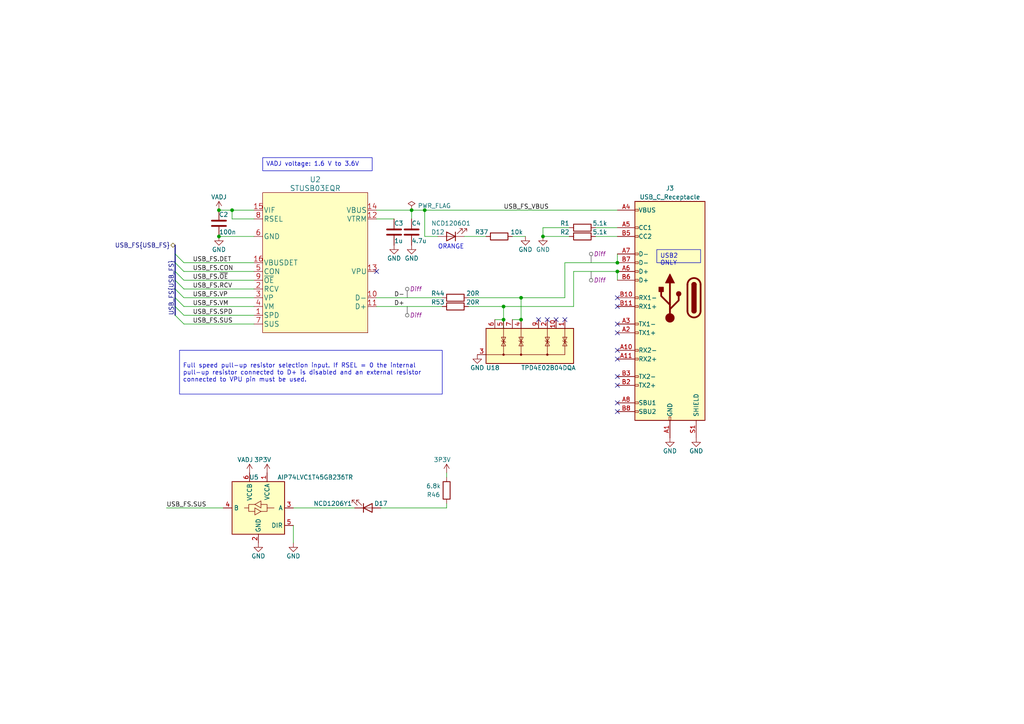
<source format=kicad_sch>
(kicad_sch (version 20231120) (generator "eeschema") (generator_version "8.0")
  (paper "A4")
  (title_block (title "USB") (date "2024-02-28") (rev "1.0.8") (company "CHIPS Alliance") (comment 1 "Rui Huang (2023-03-02)") (comment 2 "Rui Huang (2023-03-02)") (comment 4 "Rui Huang (2024-02-28)"))
  (lib_symbols
    (symbol "CHIPSAlliance_Connector:USB_C_Receptacle" (pin_names (offset 1.016))
      (property "Reference" "J" (at 0 1.27 0))
      (property "Value" "USB_C_Receptacle" (at 0 -64.77 0))
      (symbol "USB_C_Receptacle_0_0"
        (rectangle (start 9.906 -63.5) (end 10.414 -62.484))
        (rectangle (start 20.32 -60.706) (end 19.304 -61.214))
        (rectangle (start 20.32 -58.166) (end 19.304 -58.674))
        (rectangle (start 20.32 -53.086) (end 19.304 -53.594))
        (rectangle (start 20.32 -50.546) (end 19.304 -51.054))
        (rectangle (start 20.32 -45.466) (end 19.304 -45.974))
        (rectangle (start 20.32 -42.926) (end 19.304 -43.434))
        (rectangle (start 20.32 -37.846) (end 19.304 -38.354))
        (rectangle (start 20.32 -35.306) (end 19.304 -35.814))
        (rectangle (start 20.32 -30.226) (end 19.304 -30.734))
        (rectangle (start 20.32 -27.686) (end 19.304 -28.194))
        (rectangle (start 20.32 -22.606) (end 19.304 -23.114))
        (rectangle (start 20.32 -20.066) (end 19.304 -20.574))
        (rectangle (start 20.32 -17.526) (end 19.304 -18.034))
        (rectangle (start 20.32 -14.986) (end 19.304 -15.494))
        (rectangle (start 20.32 -9.906) (end 19.304 -10.414))
        (rectangle (start 20.32 -7.366) (end 19.304 -7.874))
        (rectangle (start 20.32 -2.286) (end 19.304 -2.794))
      )
      (symbol "USB_C_Receptacle_0_1"
        (polyline (pts (xy 1.27 -31.75) (xy 1.27 -24.13)) (stroke (width 0.508)))
        (polyline (pts (xy 5.08 -24.13) (xy 5.08 -31.75)) (stroke (width 0.508)))
        (rectangle (start 0 0) (end 20.32 -63.5) (stroke (width 0.254)) (fill (type background)))
        (arc (start 1.27 -31.75) (mid 3.175 -33.6467) (end 5.08 -31.75) (stroke (width 0.508)))
        (arc (start 2.54 -31.75) (mid 3.175 -32.3823) (end 3.81 -31.75) (stroke (width 0.254)))
        (arc (start 2.54 -31.75) (mid 3.175 -32.3823) (end 3.81 -31.75) (stroke (width 0.254)) (fill (type outline)))
        (rectangle (start 2.54 -31.75) (end 3.81 -24.13) (stroke (width 0.254)) (fill (type outline)))
        (arc (start 3.81 -24.13) (mid 3.175 -23.4977) (end 2.54 -24.13) (stroke (width 0.254)))
        (arc (start 3.81 -24.13) (mid 3.175 -23.4977) (end 2.54 -24.13) (stroke (width 0.254)) (fill (type outline)))
        (arc (start 5.08 -24.13) (mid 3.175 -22.2333) (end 1.27 -24.13) (stroke (width 0.508)))
      )
      (symbol "USB_C_Receptacle_1_1"
        (polyline (pts (xy 10.16 -33.782) (xy 10.16 -23.622)) (stroke (width 0.508)))
        (polyline (pts (xy 10.16 -31.242) (xy 7.62 -28.702) (xy 7.62 -27.432)) (stroke (width 0.508)))
        (polyline (pts (xy 10.16 -29.972) (xy 12.7 -27.432) (xy 12.7 -26.162)) (stroke (width 0.508)))
        (polyline (pts (xy 8.89 -23.622) (xy 10.16 -21.082) (xy 11.43 -23.622) (xy 8.89 -23.622)) (stroke (width 0.254)) (fill (type outline)))
        (circle (center 7.62 -26.797) (radius 0.635) (stroke (width 0.254)) (fill (type outline)))
        (circle (center 10.16 -33.782) (radius 1.27) (fill (type outline)))
        (rectangle (start 12.065 -26.162) (end 13.335 -24.892) (stroke (width 0.254)) (fill (type outline)))
        (pin passive line (at 10.16 -68.58 90) (length 5.08) (name "GND") (number "A1"))
        (pin bidirectional line (at 25.4 -43.18 180) (length 5.08) (name "RX2-") (number "A10"))
        (pin bidirectional line (at 25.4 -45.72 180) (length 5.08) (name "RX2+") (number "A11"))
        (pin passive line (at 10.16 -68.58 90) (length 5.08) hide (name "GND") (number "A12"))
        (pin bidirectional line (at 25.4 -38.1 180) (length 5.08) (name "TX1+") (number "A2"))
        (pin bidirectional line (at 25.4 -35.56 180) (length 5.08) (name "TX1-") (number "A3"))
        (pin passive line (at 25.4 -2.54 180) (length 5.08) (name "VBUS") (number "A4"))
        (pin bidirectional line (at 25.4 -7.62 180) (length 5.08) (name "CC1") (number "A5"))
        (pin bidirectional line (at 25.4 -20.32 180) (length 5.08) (name "D+") (number "A6"))
        (pin bidirectional line (at 25.4 -15.24 180) (length 5.08) (name "D-") (number "A7"))
        (pin bidirectional line (at 25.4 -58.42 180) (length 5.08) (name "SBU1") (number "A8"))
        (pin passive line (at 25.4 -2.54 180) (length 5.08) hide (name "VBUS") (number "A9"))
        (pin passive line (at 10.16 -68.58 90) (length 5.08) hide (name "GND") (number "B1"))
        (pin bidirectional line (at 25.4 -27.94 180) (length 5.08) (name "RX1-") (number "B10"))
        (pin bidirectional line (at 25.4 -30.48 180) (length 5.08) (name "RX1+") (number "B11"))
        (pin passive line (at 10.16 -68.58 90) (length 5.08) hide (name "GND") (number "B12"))
        (pin bidirectional line (at 25.4 -53.34 180) (length 5.08) (name "TX2+") (number "B2"))
        (pin bidirectional line (at 25.4 -50.8 180) (length 5.08) (name "TX2-") (number "B3"))
        (pin passive line (at 25.4 -2.54 180) (length 5.08) hide (name "VBUS") (number "B4"))
        (pin bidirectional line (at 25.4 -10.16 180) (length 5.08) (name "CC2") (number "B5"))
        (pin bidirectional line (at 25.4 -22.86 180) (length 5.08) (name "D+") (number "B6"))
        (pin bidirectional line (at 25.4 -17.78 180) (length 5.08) (name "D-") (number "B7"))
        (pin bidirectional line (at 25.4 -60.96 180) (length 5.08) (name "SBU2") (number "B8"))
        (pin passive line (at 25.4 -2.54 180) (length 5.08) hide (name "VBUS") (number "B9"))
        (pin passive line (at 2.54 -68.58 90) (length 5.08) (name "SHIELD") (number "S1"))
      )
    )
    (symbol "CHIPSAlliance_Interface:STUSB03EQR" (pin_names (offset 0.254))
      (property "Reference" "U" (at 0 1.27 0))
      (property "Value" "STUSB03EQR" (at 0 -41.91 0))
      (symbol "STUSB03EQR_1_1"
        (rectangle (start 0 0) (end 30.48 -40.64) (fill (type background)))
        (pin input line (at -2.54 -35.56 0) (length 2.54) (name "SPD") (number "1"))
        (pin tri_state line (at 33.02 -30.48 180) (length 2.54) (name "D-") (number "10"))
        (pin tri_state line (at 33.02 -33.02 180) (length 2.54) (name "D+") (number "11"))
        (pin power_out line (at 33.02 -7.62 180) (length 2.54) (name "VTRM") (number "12"))
        (pin power_out line (at 33.02 -22.86 180) (length 2.54) (name "VPU") (number "13"))
        (pin power_in line (at 33.02 -5.08 180) (length 2.54) (name "VBUS") (number "14"))
        (pin power_in line (at -2.54 -5.08 0) (length 2.54) (name "VIF") (number "15"))
        (pin output line (at -2.54 -20.32 0) (length 2.54) (name "VBUSDET") (number "16"))
        (pin no_connect line (at 33.02 -38.1 180) (length 2.54) hide (name "NC") (number "17"))
        (pin output line (at -2.54 -27.94 0) (length 2.54) (name "RCV") (number "2"))
        (pin bidirectional line (at -2.54 -30.48 0) (length 2.54) (name "VP") (number "3"))
        (pin bidirectional line (at -2.54 -33.02 0) (length 2.54) (name "VM") (number "4"))
        (pin input line (at -2.54 -22.86 0) (length 2.54) (name "CON") (number "5"))
        (pin power_in line (at -2.54 -12.7 0) (length 2.54) (name "GND") (number "6"))
        (pin input line (at -2.54 -38.1 0) (length 2.54) (name "SUS") (number "7"))
        (pin input line (at -2.54 -7.62 0) (length 2.54) (name "RSEL") (number "8"))
        (pin input line (at -2.54 -25.4 0) (length 2.54) (name "~{OE}") (number "9"))
      )
    )
    (symbol "CHIPSAlliance_Logic:AIP74LVC1T45GB236TR"
      (property "Reference" "U" (at 1.27 1.27 0))
      (property "Value" "AIP74LVC1T45GB236TR" (at 0 -16.51 0))
      (symbol "AIP74LVC1T45GB236TR_0_1"
        (polyline (pts (xy 5.08 -7.62) (xy 5.08 -6.604) (xy 6.858 -6.604)))
        (polyline (pts (xy 10.414 -7.62) (xy 10.414 -8.636) (xy 8.636 -8.636)))
        (polyline (pts (xy 6.858 -8.636) (xy 5.08 -8.636) (xy 5.08 -7.62) (xy 3.048 -7.62)))
        (polyline (pts (xy 6.858 -7.62) (xy 6.858 -5.588) (xy 8.636 -6.604) (xy 6.858 -7.62)))
        (polyline (pts (xy 8.636 -6.604) (xy 10.414 -6.604) (xy 10.414 -7.62) (xy 11.684 -7.62)))
        (polyline (pts (xy 8.636 -7.62) (xy 8.636 -9.398) (xy 8.636 -9.652) (xy 6.858 -8.636) (xy 8.636 -7.62)))
        (rectangle (start 0 0) (end 15.24 -15.24) (stroke (width 0.254)) (fill (type background)))
      )
      (symbol "AIP74LVC1T45GB236TR_1_1"
        (pin power_in line (at 5.08 2.54 270) (length 2.54) (name "VCCA") (number "1"))
        (pin power_in line (at 7.62 -17.78 90) (length 2.54) (name "GND") (number "2"))
        (pin bidirectional line (at -2.54 -7.62 0) (length 2.54) (name "A") (number "3"))
        (pin bidirectional line (at 17.78 -7.62 180) (length 2.54) (name "B") (number "4"))
        (pin input line (at -2.54 -12.7 0) (length 2.54) (name "DIR") (number "5"))
        (pin power_in line (at 10.16 2.54 270) (length 2.54) (name "VCCB") (number "6"))
      )
    )
    (symbol "CHIPSAlliance_Power:3P3V" (power) (pin_names (offset 0))
      (property "Value" "3P3V" (at 0 3.81 0))
      (symbol "3P3V_0_1"
        (polyline (pts (xy -0.762 1.27) (xy 0 2.54)))
        (polyline (pts (xy 0 0) (xy 0 2.54)))
        (polyline (pts (xy 0 2.54) (xy 0.762 1.27)))
      )
      (symbol "3P3V_1_1"
        (pin power_in line (at 0 0 90) (length 0) hide (name "3P3V") (number "1"))
      )
    )
    (symbol "CHIPSAlliance_Power:GND" (power) (pin_names (offset 0))
      (property "Value" "GND" (at 0 -3.81 0))
      (symbol "GND_0_1"
        (polyline (pts (xy 0 0) (xy 0 -1.27) (xy 1.27 -1.27) (xy 0 -2.54) (xy -1.27 -1.27) (xy 0 -1.27)))
      )
      (symbol "GND_1_1"
        (pin power_in line (at 0 0 270) (length 0) hide (name "GND") (number "1"))
      )
    )
    (symbol "CHIPSAlliance_Power:VADJ" (power) (pin_names (offset 0))
      (property "Value" "VADJ" (at 0 3.81 0))
      (symbol "VADJ_0_1"
        (polyline (pts (xy -0.762 1.27) (xy 0 2.54)))
        (polyline (pts (xy 0 0) (xy 0 2.54)))
        (polyline (pts (xy 0 2.54) (xy 0.762 1.27)))
      )
      (symbol "VADJ_1_1"
        (pin power_in line (at 0 0 90) (length 0) hide (name "VADJ") (number "1"))
      )
    )
    (symbol "Device:C" (pin_numbers hide) (pin_names (offset 0.254))
      (property "Reference" "C" (at 0.635 2.54 0))
      (property "Value" "C" (at 0.635 -2.54 0))
      (symbol "C_0_1"
        (polyline (pts (xy -2.032 -0.762) (xy 2.032 -0.762)) (stroke (width 0.508)))
        (polyline (pts (xy -2.032 0.762) (xy 2.032 0.762)) (stroke (width 0.508)))
      )
      (symbol "C_1_1"
        (pin passive line (at 0 3.81 270) (length 2.794) (name "~") (number "1"))
        (pin passive line (at 0 -3.81 90) (length 2.794) (name "~") (number "2"))
      )
    )
    (symbol "Device:LED" (pin_numbers hide) (pin_names (offset 1.016) hide)
      (property "Reference" "D" (at 0 2.54 0))
      (property "Value" "LED" (at 0 -2.54 0))
      (symbol "LED_0_1"
        (polyline (pts (xy -1.27 -1.27) (xy -1.27 1.27)) (stroke (width 0.254)))
        (polyline (pts (xy -1.27 0) (xy 1.27 0)))
        (polyline (pts (xy 1.27 -1.27) (xy 1.27 1.27) (xy -1.27 0) (xy 1.27 -1.27)) (stroke (width 0.254)))
        (polyline (pts (xy -3.048 -0.762) (xy -4.572 -2.286) (xy -3.81 -2.286) (xy -4.572 -2.286) (xy -4.572 -1.524)))
        (polyline (pts (xy -1.778 -0.762) (xy -3.302 -2.286) (xy -2.54 -2.286) (xy -3.302 -2.286) (xy -3.302 -1.524)))
      )
      (symbol "LED_1_1"
        (pin passive line (at -3.81 0 0) (length 2.54) (name "K") (number "1"))
        (pin passive line (at 3.81 0 180) (length 2.54) (name "A") (number "2"))
      )
    )
    (symbol "Device:R" (pin_numbers hide) (pin_names (offset 0))
      (property "Reference" "R" (at 2.032 0 90))
      (property "Value" "R" (at 0 0 90))
      (symbol "R_0_1"
        (rectangle (start -1.016 -2.54) (end 1.016 2.54) (stroke (width 0.254)))
      )
      (symbol "R_1_1"
        (pin passive line (at 0 3.81 270) (length 1.27) (name "~") (number "1"))
        (pin passive line (at 0 -3.81 90) (length 1.27) (name "~") (number "2"))
      )
    )
    (symbol "Power_Protection:TPD4E02B04DQA" (pin_names hide)
      (property "Reference" "U" (at 2.54 -11.43 0))
      (property "Value" "TPD4E02B04DQA" (at 7.62 1.905 0))
      (symbol "TPD4E02B04DQA_0_0"
        (pin passive line (at 2.54 -15.24 90) (length 2.54) (name "G") (number "3"))
      )
      (symbol "TPD4E02B04DQA_0_1"
        (rectangle (start -5.08 12.7) (end 5.08 -12.7) (stroke (width 0.254)) (fill (type background)))
        (polyline (pts (xy -5.08 -7.62) (xy 2.54 -7.62)))
        (polyline (pts (xy -5.08 -2.54) (xy 2.54 -2.54)))
        (polyline (pts (xy -5.08 5.08) (xy 2.54 5.08)))
        (polyline (pts (xy -5.08 10.16) (xy 2.54 10.16)))
        (polyline (pts (xy 2.54 10.16) (xy 2.54 -12.7)) (stroke (width 0.1524)))
        (polyline (pts (xy -1.27 -7.62) (xy 0 -8.255) (xy 0 -6.985) (xy -1.27 -7.62)))
        (polyline (pts (xy -1.27 -2.54) (xy 0 -3.175) (xy 0 -1.905) (xy -1.27 -2.54)))
        (polyline (pts (xy -1.27 5.08) (xy 0 4.445) (xy 0 5.715) (xy -1.27 5.08)))
        (polyline (pts (xy -1.27 10.16) (xy 0 9.525) (xy 0 10.795) (xy -1.27 10.16)))
        (circle (center 2.54 -7.62) (radius 0.254) (fill (type outline)))
        (circle (center 2.54 -2.54) (radius 0.254) (fill (type outline)))
        (circle (center 2.54 5.08) (radius 0.254) (fill (type outline)))
      )
      (symbol "TPD4E02B04DQA_1_1"
        (polyline (pts (xy -1.524 -8.255) (xy -1.27 -8.001) (xy -1.27 -7.239) (xy -1.016 -6.985)))
        (polyline (pts (xy -1.524 -3.175) (xy -1.27 -2.921) (xy -1.27 -2.159) (xy -1.016 -1.905)))
        (polyline (pts (xy -1.524 4.445) (xy -1.27 4.699) (xy -1.27 5.461) (xy -1.016 5.715)))
        (polyline (pts (xy -1.524 9.525) (xy -1.27 9.779) (xy -1.27 10.541) (xy -1.016 10.795)))
        (polyline (pts (xy -1.27 -7.62) (xy -2.54 -8.255) (xy -2.54 -6.985) (xy -1.27 -7.62)))
        (polyline (pts (xy -1.27 -2.54) (xy -2.54 -3.175) (xy -2.54 -1.905) (xy -1.27 -2.54)))
        (polyline (pts (xy -1.27 5.08) (xy -2.54 4.445) (xy -2.54 5.715) (xy -1.27 5.08)))
        (polyline (pts (xy -1.27 10.16) (xy -2.54 9.525) (xy -2.54 10.795) (xy -1.27 10.16)))
        (pin passive line (at -7.62 10.16 0) (length 2.54) (name "IO1") (number "1"))
        (pin free line (at -7.62 7.62 0) (length 2.54) (name "NC") (number "10"))
        (pin passive line (at -7.62 5.08 0) (length 2.54) (name "IO2") (number "2"))
        (pin passive line (at -7.62 -2.54 0) (length 2.54) (name "IO3") (number "4"))
        (pin passive line (at -7.62 -7.62 0) (length 2.54) (name "IO4") (number "5"))
        (pin free line (at -7.62 -10.16 0) (length 2.54) (name "NC") (number "6"))
        (pin free line (at -7.62 -5.08 0) (length 2.54) (name "NC") (number "7"))
        (pin passive line (at 2.54 -15.24 90) (length 2.54) hide (name "G") (number "8"))
        (pin free line (at -7.62 2.54 0) (length 2.54) (name "NC") (number "9"))
      )
    )
    (symbol "power:PWR_FLAG" (power) (pin_numbers hide) (pin_names (offset 0) hide)
      (property "Value" "PWR_FLAG" (at 0 3.81 0))
      (symbol "PWR_FLAG_0_0"
        (pin power_out line (at 0 0 90) (length 0) (name "~") (number "1"))
      )
      (symbol "PWR_FLAG_0_1"
        (polyline (pts (xy 0 0) (xy 0 1.27) (xy -1.016 1.905) (xy 0 2.54) (xy 1.016 1.905) (xy 0 1.27)))
      )
    )
  )
  (junction (at 67.31 60.96))
  (junction (at 179.07 78.74))
  (junction (at 146.05 88.9))
  (junction (at 63.5 60.96))
  (junction (at 63.5 68.58))
  (junction (at 151.13 92.71))
  (junction (at 151.13 86.36))
  (junction (at 157.48 68.58))
  (junction (at 123.19 60.96))
  (junction (at 179.07 76.2))
  (junction (at 146.05 92.71))
  (junction (at 119.38 60.96))
  (no_connect (at 161.29 92.71))
  (no_connect (at 179.07 104.14))
  (no_connect (at 158.75 92.71))
  (no_connect (at 179.07 111.76))
  (no_connect (at 179.07 96.52))
  (no_connect (at 179.07 93.98))
  (no_connect (at 179.07 109.22))
  (no_connect (at 179.07 101.6))
  (no_connect (at 179.07 119.38))
  (no_connect (at 109.22 78.74))
  (no_connect (at 179.07 86.36))
  (no_connect (at 179.07 88.9))
  (no_connect (at 156.21 92.71))
  (no_connect (at 163.83 92.71))
  (no_connect (at 179.07 116.84))
  (bus_entry (at 50.8 88.9) (size 2.54 2.54))
  (bus_entry (at 50.8 86.36) (size 2.54 2.54))
  (bus_entry (at 50.8 76.2) (size 2.54 2.54))
  (bus_entry (at 50.8 78.74) (size 2.54 2.54))
  (bus_entry (at 50.8 81.28) (size 2.54 2.54))
  (bus_entry (at 50.8 73.66) (size 2.54 2.54))
  (bus_entry (at 50.8 83.82) (size 2.54 2.54))
  (bus_entry (at 50.8 91.44) (size 2.54 2.54))
  (wire (pts (xy 146.05 88.9) (xy 146.05 92.71)))
  (wire (pts (xy 53.34 83.82) (xy 73.66 83.82)))
  (bus (pts (xy 50.8 73.66) (xy 50.8 76.2)))
  (wire (pts (xy 157.48 66.04) (xy 165.1 66.04)))
  (bus (pts (xy 50.8 78.74) (xy 50.8 81.28)))
  (wire (pts (xy 166.37 78.74) (xy 166.37 88.9)))
  (wire (pts (xy 146.05 95.25) (xy 146.05 92.71)))
  (wire (pts (xy 143.51 92.71) (xy 146.05 92.71)))
  (wire (pts (xy 67.31 60.96) (xy 73.66 60.96)))
  (bus (pts (xy 50.8 88.9) (xy 50.8 91.44)))
  (wire (pts (xy 119.38 60.96) (xy 123.19 60.96)))
  (wire (pts (xy 109.22 88.9) (xy 128.27 88.9)))
  (wire (pts (xy 134.62 68.58) (xy 140.97 68.58)))
  (wire (pts (xy 163.83 76.2) (xy 163.83 86.36)))
  (wire (pts (xy 172.72 66.04) (xy 179.07 66.04)))
  (wire (pts (xy 148.59 68.58) (xy 152.4 68.58)))
  (wire (pts (xy 53.34 86.36) (xy 73.66 86.36)))
  (wire (pts (xy 148.59 92.71) (xy 151.13 92.71)))
  (wire (pts (xy 151.13 86.36) (xy 151.13 92.71)))
  (wire (pts (xy 67.31 63.5) (xy 73.66 63.5)))
  (wire (pts (xy 53.34 81.28) (xy 73.66 81.28)))
  (wire (pts (xy 129.54 137.16) (xy 129.54 138.43)))
  (wire (pts (xy 123.19 60.96) (xy 179.07 60.96)))
  (wire (pts (xy 146.05 88.9) (xy 166.37 88.9)))
  (wire (pts (xy 109.22 60.96) (xy 119.38 60.96)))
  (wire (pts (xy 109.22 63.5) (xy 114.3 63.5)))
  (bus (pts (xy 50.8 71.12) (xy 50.8 73.66)))
  (wire (pts (xy 123.19 60.96) (xy 123.19 68.58)))
  (wire (pts (xy 119.38 60.96) (xy 119.38 63.5)))
  (bus (pts (xy 50.8 83.82) (xy 50.8 86.36)))
  (wire (pts (xy 53.34 76.2) (xy 73.66 76.2)))
  (wire (pts (xy 110.49 147.32) (xy 129.54 147.32)))
  (wire (pts (xy 85.09 152.4) (xy 85.09 157.48)))
  (bus (pts (xy 50.8 76.2) (xy 50.8 78.74)))
  (wire (pts (xy 109.22 86.36) (xy 128.27 86.36)))
  (bus (pts (xy 50.8 81.28) (xy 50.8 83.82)))
  (wire (pts (xy 129.54 147.32) (xy 129.54 146.05)))
  (wire (pts (xy 172.72 68.58) (xy 179.07 68.58)))
  (bus (pts (xy 50.8 86.36) (xy 50.8 88.9)))
  (wire (pts (xy 53.34 78.74) (xy 73.66 78.74)))
  (wire (pts (xy 63.5 60.96) (xy 67.31 60.96)))
  (wire (pts (xy 163.83 76.2) (xy 179.07 76.2)))
  (wire (pts (xy 179.07 78.74) (xy 179.07 81.28)))
  (wire (pts (xy 135.89 86.36) (xy 151.13 86.36)))
  (wire (pts (xy 48.26 147.32) (xy 64.77 147.32)))
  (wire (pts (xy 151.13 86.36) (xy 163.83 86.36)))
  (wire (pts (xy 123.19 68.58) (xy 127 68.58)))
  (wire (pts (xy 157.48 68.58) (xy 165.1 68.58)))
  (wire (pts (xy 53.34 93.98) (xy 73.66 93.98)))
  (wire (pts (xy 67.31 60.96) (xy 67.31 63.5)))
  (wire (pts (xy 53.34 88.9) (xy 73.66 88.9)))
  (wire (pts (xy 135.89 88.9) (xy 146.05 88.9)))
  (wire (pts (xy 179.07 73.66) (xy 179.07 76.2)))
  (wire (pts (xy 157.48 66.04) (xy 157.48 68.58)))
  (wire (pts (xy 166.37 78.74) (xy 179.07 78.74)))
  (wire (pts (xy 53.34 91.44) (xy 73.66 91.44)))
  (wire (pts (xy 85.09 147.32) (xy 102.87 147.32)))
  (wire (pts (xy 63.5 68.58) (xy 73.66 68.58)))
  (text_box "USB2 ONLY" (at 190.5 72.39 0) (size 12.7 3.81) (effects (font (size 1.27 1.27)) (justify left top)))
  (text_box "VADJ voltage: 1.6 V to 3.6V" (at 76.2 45.72 0) (size 31.75 3.81) (effects (font (size 1.27 1.27)) (justify left top)))
  (text_box "Full speed pull-up resistor selection input. If RSEL = 0 the internal pull-up resistor connected to D+ is disabled and an external resistor connected to VPU pin must be used." (at 52.07 101.6 0) (size 76.2 12.7) (effects (font (size 1.27 1.27)) (justify left)))
  (text "ORANGE" (at 127 72.39 0) (effects (font (size 1.27 1.27)) (justify left bottom)))
  (label "USB_FS.CON" (at 55.88 78.74 0))
  (label "USB_FS{USB_FS}" (at 50.8 91.44 90))
  (label "D-" (at 114.3 86.36 0))
  (label "D+" (at 114.3 88.9 0))
  (label "USB_FS.SPD" (at 55.88 91.44 0))
  (label "USB_FS.DET" (at 55.88 76.2 0))
  (label "USB_FS.VP" (at 55.88 86.36 0))
  (label "USB_FS.~{OE}" (at 55.88 81.28 0))
  (label "USB_FS.SUS" (at 55.88 93.98 0))
  (label "USB_FS.VM" (at 55.88 88.9 0))
  (label "USB_FS.SUS" (at 48.26 147.32 0))
  (label "USB_FS_VBUS" (at 146.05 60.96 0))
  (label "USB_FS.RCV" (at 55.88 83.82 0))
  (hierarchical_label "USB_FS{USB_FS}" (shape bidirectional) (at 50.8 71.12 180))
  (netclass_flag "" (length 2.54) (shape round) (at 118.11 86.36 0) (property "Netclass" "Diff" (at 118.8085 83.82 0) (effects (font (italic yes)) (justify left))))
  (netclass_flag "" (length 2.54) (shape round) (at 171.45 76.2 0) (property "Netclass" "Diff" (at 172.1485 73.66 0) (effects (font (italic yes)) (justify left))))
  (netclass_flag "" (length 2.54) (shape round) (at 171.45 78.74 180) (property "Netclass" "Diff" (at 172.1485 81.28 0) (effects (font (italic yes)) (justify left))))
  (netclass_flag "" (length 2.54) (shape round) (at 118.11 88.9 180) (property "Netclass" "Diff" (at 118.8085 91.44 0) (effects (font (italic yes)) (justify left))))
  (symbol (lib_id "Device:R") (at 144.78 68.58 90) (unit 1)
    (property "Reference" "R37" (at 139.7 67.31 90))
    (property "Value" "10k" (at 149.86 67.31 90))
    (property "Footprint" "Resistor_SMD:R_0402_1005Metric" (effects (hide yes)))
  )
  (symbol (lib_id "CHIPSAlliance_Power:GND") (at 114.3 71.12 0) (unit 1)
    (property "Reference" "#PWR085" (effects (hide yes)))
    (property "Value" "GND" (at 114.3 74.93 0))
  )
  (symbol (lib_id "CHIPSAlliance_Power:GND") (at 63.5 68.58 0) (unit 1)
    (property "Reference" "#PWR084" (effects (hide yes)))
    (property "Value" "GND" (at 63.5 72.39 0))
  )
  (symbol (lib_id "CHIPSAlliance_Power:3P3V") (at 77.47 137.16 0) (unit 1)
    (property "Reference" "#PWR0112" (effects (hide yes)))
    (property "Value" "3P3V" (at 76.2 133.35 0))
  )
  (symbol (lib_id "Device:R") (at 129.54 142.24 180) (unit 1)
    (property "Reference" "R46" (at 125.73 143.51 0))
    (property "Value" "6.8k" (at 125.73 140.97 0))
    (property "Footprint" "Resistor_SMD:R_0402_1005Metric" (effects (hide yes)))
  )
  (symbol (lib_id "CHIPSAlliance_Power:GND") (at 201.93 127 0) (unit 1)
    (property "Reference" "#PWR092" (effects (hide yes)))
    (property "Value" "GND" (at 201.93 130.81 0))
  )
  (symbol (lib_id "Device:LED") (at 130.81 68.58 180) (unit 1)
    (property "Reference" "D12" (at 127 67.31 0))
    (property "Value" "NCD1206O1" (at 130.81 64.77 0))
    (property "Footprint" "LED_SMD:LED_1206_3216Metric" (effects (hide yes)))
    (property "Datasheet" "https://atta.szlcsc.com/upload/public/pdf/source/20200820/C130716_FB690F3C88618721E8D554623CE0FE83.pdf" (effects (hide yes)))
  )
  (symbol (lib_id "CHIPSAlliance_Power:GND") (at 119.38 71.12 0) (unit 1)
    (property "Reference" "#PWR086" (effects (hide yes)))
    (property "Value" "GND" (at 119.38 74.93 0))
  )
  (symbol (lib_id "Device:R") (at 168.91 66.04 90) (unit 1)
    (property "Reference" "R1" (at 163.83 64.77 90))
    (property "Value" "5.1k" (at 173.99 64.77 90))
    (property "Footprint" "Resistor_SMD:R_0402_1005Metric" (effects (hide yes)))
  )
  (symbol (lib_id "power:PWR_FLAG") (at 119.38 60.96 0) (unit 1)
    (property "Reference" "#FLG0101" (effects (hide yes)))
    (property "Value" "PWR_FLAG" (at 130.81 59.69 0) (effects (justify right)))
    (property "Datasheet" "~" (at 119.38 60.96 0) (effects (font (size 1.524 1.524))))
    (property "Description" "Special symbol for telling ERC where power comes from" (effects (hide yes)))
  )
  (symbol (lib_id "CHIPSAlliance_Power:GND") (at 85.09 157.48 0) (unit 1)
    (property "Reference" "#PWR0113" (effects (hide yes)))
    (property "Value" "GND" (at 85.09 161.29 0))
  )
  (symbol (lib_id "CHIPSAlliance_Interface:STUSB03EQR") (at 76.2 55.88 0) (unit 1)
    (property "Reference" "U2" (at 91.44 52.07 0) (effects (font (size 1.524 1.524))))
    (property "Value" "STUSB03EQR" (at 91.44 54.61 0) (effects (font (size 1.524 1.524))))
    (property "Footprint" "CHIPSAlliance_Interface:QFN_B03EQR_STM" (effects (hide yes)))
    (property "Datasheet" "https://www.st.com/resource/en/datasheet/stusb03e.pdf" (effects (hide yes)))
  )
  (symbol (lib_id "Device:R") (at 132.08 86.36 90) (unit 1)
    (property "Reference" "R44" (at 127 85.09 90))
    (property "Value" "20R" (at 137.16 85.09 90))
    (property "Footprint" "Resistor_SMD:R_0402_1005Metric" (effects (hide yes)))
  )
  (symbol (lib_id "Device:C") (at 114.3 67.31 0) (unit 1)
    (property "Reference" "C3" (at 114.3 64.77 0) (effects (justify left)))
    (property "Value" "1u" (at 114.3 69.85 0) (effects (justify left)))
    (property "Footprint" "Capacitor_SMD:C_0402_1005Metric" (effects (hide yes)))
  )
  (symbol (lib_id "Device:C") (at 119.38 67.31 0) (unit 1)
    (property "Reference" "C4" (at 119.38 64.77 0) (effects (justify left)))
    (property "Value" "4.7u" (at 119.38 69.85 0) (effects (justify left)))
    (property "Footprint" "Capacitor_SMD:C_0402_1005Metric" (effects (hide yes)))
  )
  (symbol (lib_id "Device:LED") (at 106.68 147.32 0) (mirror x) (unit 1)
    (property "Reference" "D17" (at 110.49 146.05 0))
    (property "Value" "NCD1206Y1" (at 96.52 146.05 0))
    (property "Footprint" "LED_SMD:LED_1206_3216Metric" (effects (hide yes)))
    (property "Datasheet" "https://atta.szlcsc.com/upload/public/pdf/source/20200820/C93094_6F5D01A021C9A31E770105D1A06BBAC1.pdf" (effects (hide yes)))
  )
  (symbol (lib_id "CHIPSAlliance_Power:3P3V") (at 129.54 137.16 0) (unit 1)
    (property "Reference" "#PWR0114" (effects (hide yes)))
    (property "Value" "3P3V" (at 128.27 133.35 0))
  )
  (symbol (lib_id "CHIPSAlliance_Power:GND") (at 138.43 102.87 0) (unit 1)
    (property "Reference" "#PWR0235" (effects (hide yes)))
    (property "Value" "GND" (at 138.43 106.68 0))
  )
  (symbol (lib_id "CHIPSAlliance_Power:VADJ") (at 63.5 60.96 0) (unit 1)
    (property "Reference" "#PWR083" (effects (hide yes)))
    (property "Value" "VADJ" (at 63.5 57.15 0))
  )
  (symbol (lib_id "CHIPSAlliance_Power:GND") (at 194.31 127 0) (unit 1)
    (property "Reference" "#PWR091" (effects (hide yes)))
    (property "Value" "GND" (at 194.31 130.81 0))
  )
  (symbol (lib_id "Power_Protection:TPD4E02B04DQA") (at 153.67 100.33 270) (unit 1)
    (property "Reference" "U18" (at 140.97 106.68 90) (effects (justify left)))
    (property "Value" "TPD4E02B04DQA" (at 151.13 106.68 90) (effects (justify left)))
    (property "Footprint" "Package_SON:USON-10_2.5x1.0mm_P0.5mm" (effects (hide yes)))
    (property "Datasheet" "http://www.ti.com/lit/ds/symlink/tpd4e02b04.pdf" (effects (hide yes)))
  )
  (symbol (lib_id "Device:R") (at 168.91 68.58 90) (unit 1)
    (property "Reference" "R2" (at 163.83 67.31 90))
    (property "Value" "5.1k" (at 173.99 67.31 90))
    (property "Footprint" "Resistor_SMD:R_0402_1005Metric" (effects (hide yes)))
  )
  (symbol (lib_id "Device:R") (at 132.08 88.9 90) (unit 1)
    (property "Reference" "R53" (at 127 87.63 90))
    (property "Value" "20R" (at 137.16 87.63 90))
    (property "Footprint" "Resistor_SMD:R_0402_1005Metric" (effects (hide yes)))
  )
  (symbol (lib_id "CHIPSAlliance_Power:GND") (at 74.93 157.48 0) (unit 1)
    (property "Reference" "#PWR0110" (effects (hide yes)))
    (property "Value" "GND" (at 74.93 161.29 0))
  )
  (symbol (lib_id "CHIPSAlliance_Power:VADJ") (at 72.39 137.16 0) (unit 1)
    (property "Reference" "#PWR0109" (effects (hide yes)))
    (property "Value" "VADJ" (at 71.12 133.35 0))
  )
  (symbol (lib_id "Device:C") (at 63.5 64.77 0) (unit 1)
    (property "Reference" "C2" (at 63.5 62.23 0) (effects (justify left)))
    (property "Value" "100n" (at 63.5 67.31 0) (effects (justify left)))
    (property "Footprint" "Capacitor_SMD:C_0402_1005Metric" (effects (hide yes)))
  )
  (symbol (lib_id "CHIPSAlliance_Logic:AIP74LVC1T45GB236TR") (at 82.55 139.7 0) (mirror y) (unit 1)
    (property "Reference" "U5" (at 73.66 138.43 0))
    (property "Value" "AIP74LVC1T45GB236TR" (at 91.44 138.43 0))
    (property "Footprint" "CHIPSAlliance_Package_TO_SOT_SMD:SOT-23-6" (effects (hide yes)))
    (property "Datasheet" "https://atta.szlcsc.com/upload/public/pdf/source/20220915/C3F384B245F14B1C45E49B7D1719C9B2.pdf" (effects (hide yes)))
    (property "JLCPCB Rotation Offset" "-180" (effects (hide yes)))
  )
  (symbol (lib_id "CHIPSAlliance_Power:GND") (at 152.4 68.58 0) (unit 1)
    (property "Reference" "#PWR0108" (effects (hide yes)))
    (property "Value" "GND" (at 152.4 72.39 0))
  )
  (symbol (lib_id "CHIPSAlliance_Connector:USB_C_Receptacle") (at 204.47 58.42 0) (mirror y) (unit 1)
    (property "Reference" "J3" (at 194.31 54.61 0))
    (property "Value" "USB_C_Receptacle" (at 194.31 57.15 0))
    (property "Footprint" "CHIPSAlliance_Connector:USB_C_Receptacle_Molex_105450-0101" (effects (hide yes)))
    (property "Datasheet" "https://atta.szlcsc.com/upload/public/pdf/source/20171014/C134092_15079756303111038366.pdf" (effects (hide yes)))
  )
  (symbol (lib_id "CHIPSAlliance_Power:GND") (at 157.48 68.58 0) (unit 1)
    (property "Reference" "#PWR099" (effects (hide yes)))
    (property "Value" "GND" (at 157.48 72.39 0))
  )
)
</source>
